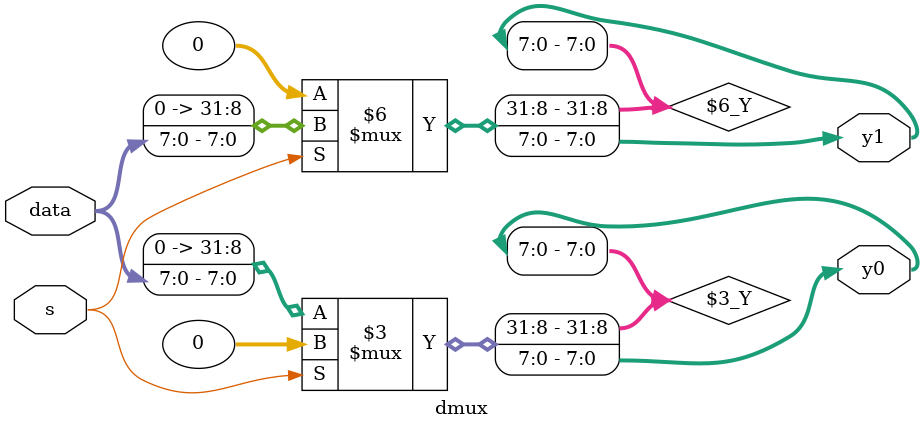
<source format=sv>
`timescale 1ns / 1ps

module dmux #(parameter WIDTH = 8)(
    input   logic [WIDTH-1:0]   data,
    input   logic s,
    output  logic [WIDTH-1:0]   y0, y1
    );
    
    assign y0 = (s == 0) ? data : 0;
    assign y1 = (s == 1) ? data : 0;
    
endmodule

</source>
